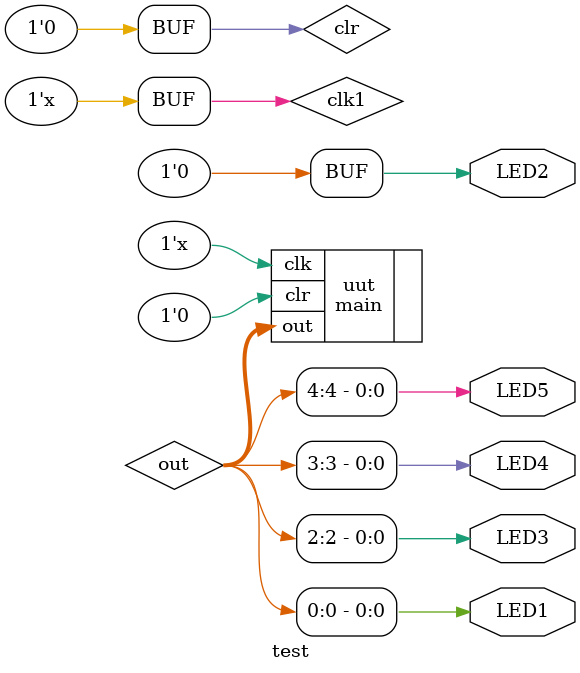
<source format=v>
`include "top_mod.v"

module test ( 

    output  LED1,
    output  LED2,
    output  LED3,
    output  LED4,
    output  LED5
);
wire [7:0] out;
reg clk1,clr;

initial
    begin
        #10 clk1 = 1'b0;
    end

    always
    begin
        #5 clk1 = ~clk1;
    end


initial
    begin
        #2 clr = 1'b1;
        #6 clr = 1'b0;
        #8  clr = 1'b1;
        #12 clr =1'b0;
		#4000 clr =1'b0;
    end

main uut(.clk(clk1),.out(out),.clr(clr));

assign LED1 = out[0];
assign LED2 = clr;
assign LED3 = out[2];
assign LED4 = out[3];
assign LED5 = out[4];

endmodule
</source>
